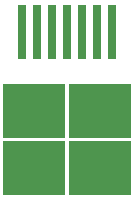
<source format=gbr>
G04 #@! TF.GenerationSoftware,KiCad,Pcbnew,(5.0.2)-1*
G04 #@! TF.CreationDate,2019-02-13T22:33:29-07:00*
G04 #@! TF.ProjectId,Receiver,52656365-6976-4657-922e-6b696361645f,rev?*
G04 #@! TF.SameCoordinates,Original*
G04 #@! TF.FileFunction,Paste,Top*
G04 #@! TF.FilePolarity,Positive*
%FSLAX46Y46*%
G04 Gerber Fmt 4.6, Leading zero omitted, Abs format (unit mm)*
G04 Created by KiCad (PCBNEW (5.0.2)-1) date 2/13/2019 10:33:29 PM*
%MOMM*%
%LPD*%
G01*
G04 APERTURE LIST*
%ADD10R,0.800000X4.600000*%
%ADD11R,5.250000X4.550000*%
G04 APERTURE END LIST*
D10*
G04 #@! TO.C,Q1*
X152400000Y-47565000D03*
X151130000Y-47565000D03*
X149860000Y-47565000D03*
X148590000Y-47565000D03*
X147320000Y-47565000D03*
X146050000Y-47565000D03*
X144780000Y-47565000D03*
D11*
X145815000Y-59140000D03*
X151365000Y-54290000D03*
X151365000Y-59140000D03*
X145815000Y-54290000D03*
G04 #@! TD*
M02*

</source>
